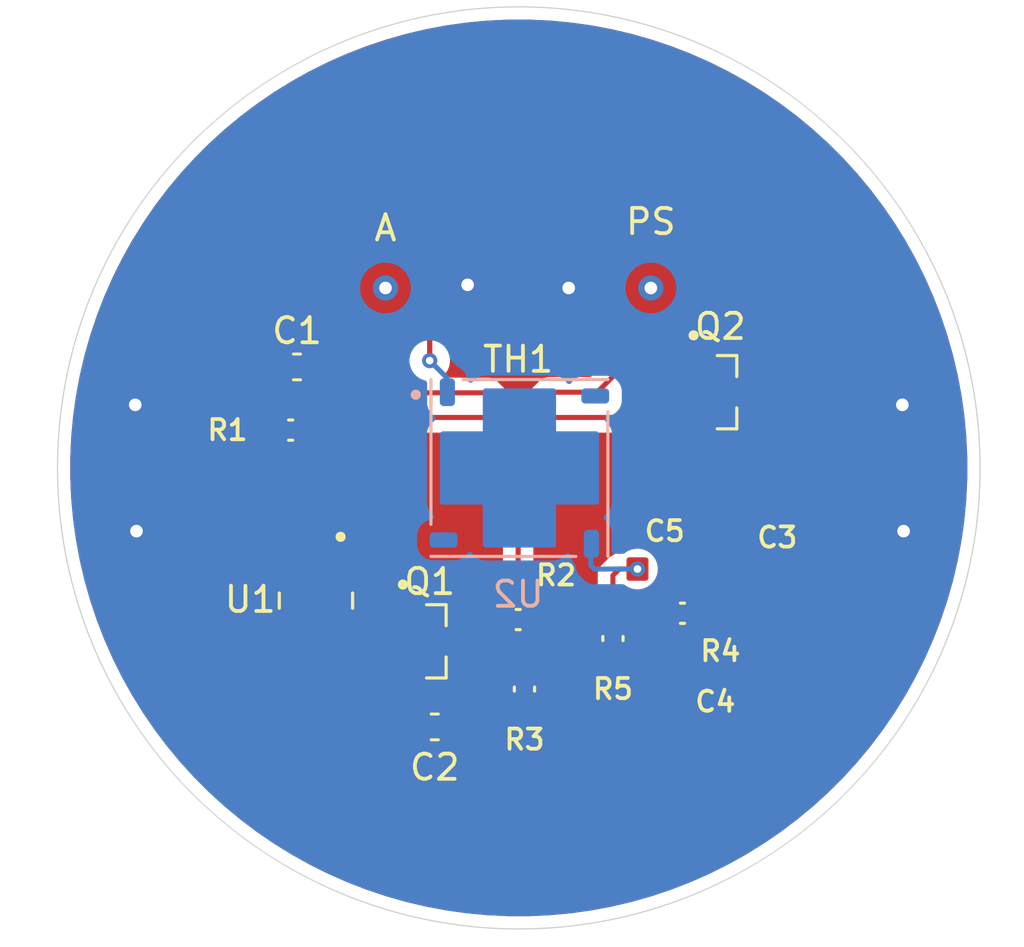
<source format=kicad_pcb>
(kicad_pcb (version 20241229) (generator "pcbnew") (generator_version "9.0")
  (title_block (title "SiPM Board") (date "2025-09-09") (rev "0.2.3") (company "Vadym Vikulin"))
  (layers (0 "F.Cu" signal) (2 "B.Cu" signal) (13 "F.Paste" user) (15 "B.Paste" user) (5 "F.SilkS" user "F.Silkscreen") (7 "B.SilkS" user "B.Silkscreen") (1 "F.Mask" user) (3 "B.Mask" user) (25 "Edge.Cuts" user))
  (net 0 "")
  (net 1 "GND1")
  (net 2 "ANODE_OUT")
  (net 3 "PS_IN")
  (net 4 "Net-(Q1-B)")
  (net 5 "Net-(Q2-E)")
  (net 6 "Net-(Q2-B)")
  (net 7 "Net-(C4-Pad2)")
  (net 8 "Net-(Q1-E)")
  (net 9 "Net-(Q1-C)")
  (net 13 "/+29.6V")
  (footprint "Capacitor_SMD:C_0603_1608Metric" (layer "F.Cu") (at 141.75 95.75)
    (property "Reference" "C1" (at 0 -1.43 0) (layer "F.SilkS"))
    (property "Value" "2.2u" (hide yes))
    (fp_line (start -0.14058 -0.51) (end 0.14058 -0.51) (stroke (width 0.12)) (layer "F.SilkS"))
    (fp_line (start -0.14058 0.51) (end 0.14058 0.51) (stroke (width 0.12)) (layer "F.SilkS"))
    (pad "1" smd roundrect (at -0.775 0) (size 0.9 0.95) (layers "F.Cu" "F.Mask" "F.Paste") (net 3 "PS_IN"))
    (pad "2" smd roundrect (at 0.775 0) (size 0.9 0.95) (layers "F.Cu" "F.Mask" "F.Paste") (net 1 "GND1"))
  )
  (footprint "ERJ3EKF49R9V:RES_ERJ3EKF49R9V" (layer "F.Cu") (at 157 105.5 180)
    (property "Reference" "R4" (at -1.5 -1.5 180) (layer "F.SilkS") (effects (font (size 0.8 0.8))))
    (property "Value" "49.9R" (hide yes))
    (fp_line (start -0.08 0.4) (end 0.08 0.4) (stroke (width 0.127)) (layer "F.SilkS"))
    (fp_line (start -0.08 -0.4) (end 0.08 -0.4) (stroke (width 0.127)) (layer "F.SilkS"))
    (pad "1" smd rect (at -0.725 0 180) (size 0.65 0.9) (layers "F.Cu" "F.Mask" "F.Paste") (net 5 "Net-(Q2-E)"))
    (pad "2" smd rect (at 0.725 0 180) (size 0.65 0.9) (layers "F.Cu" "F.Mask" "F.Paste") (net 7 "Net-(C4-Pad2)"))
  )
  (footprint "ERJ3EKF49R9V:RES_ERJ3EKF49R9V" (layer "F.Cu") (at 154.25 106.5 90)
    (property "Reference" "R5" (at -2 0 180) (layer "F.SilkS") (effects (font (size 0.8 0.8))))
    (property "Value" "49.9R" (hide yes))
    (fp_line (start -0.08 -0.4) (end 0.08 -0.4) (stroke (width 0.127)) (layer "F.SilkS"))
    (fp_line (start -0.08 0.4) (end 0.08 0.4) (stroke (width 0.127)) (layer "F.SilkS"))
    (pad "1" smd rect (at -0.725 0 90) (size 0.65 0.9) (layers "F.Cu" "F.Mask" "F.Paste") (net 7 "Net-(C4-Pad2)"))
    (pad "2" smd rect (at 0.725 0 90) (size 0.65 0.9) (layers "F.Cu" "F.Mask" "F.Paste") (net 13 "/+29.6V"))
  )
  (footprint "ERJ3EKF4992V:RES_ERJ3EKF4992V" (layer "F.Cu") (at 150.75 108.5 90)
    (property "Reference" "R3" (at -2 0 180) (layer "F.SilkS") (effects (font (size 0.8 0.8))))
    (property "Value" "49.9k" (hide yes))
    (fp_line (start -0.08 -0.4) (end 0.08 -0.4) (stroke (width 0.127)) (layer "F.SilkS"))
    (fp_line (start -0.08 0.4) (end 0.08 0.4) (stroke (width 0.127)) (layer "F.SilkS"))
    (pad "1" smd rect (at -0.725 0 90) (size 0.65 0.9) (layers "F.Cu" "F.Mask" "F.Paste") (net 1 "GND1"))
    (pad "2" smd rect (at 0.725 0 90) (size 0.65 0.9) (layers "F.Cu" "F.Mask" "F.Paste") (net 8 "Net-(Q1-E)"))
  )
  (footprint "ERJ3EKF4992V:RES_ERJ3EKF4992V" (layer "F.Cu") (at 150.5 105.75)
    (property "Reference" "R2" (at 1.5 -1.75 0) (layer "F.SilkS") (effects (font (size 0.8 0.8))))
    (property "Value" "49.9k" (hide yes))
    (fp_line (start -0.08 -0.4) (end 0.08 -0.4) (stroke (width 0.127)) (layer "F.SilkS"))
    (fp_line (start -0.08 0.4) (end 0.08 0.4) (stroke (width 0.127)) (layer "F.SilkS"))
    (pad "1" smd rect (at -0.725 0) (size 0.65 0.9) (layers "F.Cu" "F.Mask" "F.Paste") (net 9 "Net-(Q1-C)"))
    (pad "2" smd rect (at 0.725 0) (size 0.65 0.9) (layers "F.Cu" "F.Mask" "F.Paste") (net 6 "Net-(Q2-B)"))
  )
  (footprint "CL10B104KC8NNNC:CAPC1608X90N" (layer "F.Cu") (at 156 103.75 180)
    (property "Reference" "C5" (at -0.3 1.5 0) (layer "F.SilkS") (effects (font (size 0.8 0.8))))
    (property "Value" "100n" (hide yes))
    (pad "1" smd roundrect (at -0.78 0 180) (size 0.87 0.93) (layers "F.Cu" "F.Mask" "F.Paste") (roundrect_rratio 0.125) (net 1 "GND1"))
    (pad "2" smd roundrect (at 0.78 0 180) (size 0.87 0.93) (layers "F.Cu" "F.Mask" "F.Paste") (roundrect_rratio 0.125) (net 13 "/+29.6V"))
  )
  (footprint "MMBT5088LT1G:SOT95P237X111-3N" (layer "F.Cu") (at 147 106.6125)
    (property "Reference" "Q1" (at 0 -2.3625 0) (layer "F.SilkS"))
    (property "Value" "MMBT5088LT1G" (hide yes))
    (fp_line (start -0.125 -1.45) (end 0.65 -1.45) (stroke (width 0.127)) (layer "F.SilkS"))
    (fp_line (start 0.65 -1.45) (end 0.65 -0.62) (stroke (width 0.127)) (layer "F.SilkS"))
    (fp_line (start 0.65 1.45) (end -0.125 1.45) (stroke (width 0.127)) (layer "F.SilkS"))
    (fp_line (start 0.65 1.45) (end 0.65 0.62) (stroke (width 0.127)) (layer "F.SilkS"))
    (fp_circle (center -1.06 -2.25) (end -0.96 -2.25) (stroke (width 0.2)) (fill no) (layer "F.SilkS"))
    (pad "1" smd roundrect (at -1.06 -0.95) (size 1.23 0.6) (layers "F.Cu" "F.Mask" "F.Paste") (roundrect_rratio 0.125) (net 9 "Net-(Q1-C)"))
    (pad "2" smd roundrect (at -1.06 0.95) (size 1.23 0.6) (layers "F.Cu" "F.Mask" "F.Paste") (roundrect_rratio 0.125) (net 4 "Net-(Q1-B)"))
    (pad "3" smd roundrect (at 1.06 0) (size 1.23 0.6) (layers "F.Cu" "F.Mask" "F.Paste") (roundrect_rratio 0.125) (net 8 "Net-(Q1-E)"))
  )
  (footprint "Capacitor_SMD:C_0603_1608Metric" (layer "F.Cu") (at 147.2 110)
    (property "Reference" "C2" (at 0 1.6 0) (layer "F.SilkS"))
    (property "Value" "2.2u" (hide yes))
    (fp_line (start -0.14058 -0.51) (end 0.14058 -0.51) (stroke (width 0.12)) (layer "F.SilkS"))
    (fp_line (start -0.14058 0.51) (end 0.14058 0.51) (stroke (width 0.12)) (layer "F.SilkS"))
    (pad "1" smd roundrect (at -0.775 0) (size 0.9 0.95) (layers "F.Cu" "F.Mask" "F.Paste") (net 4 "Net-(Q1-B)"))
    (pad "2" smd roundrect (at 0.775 0) (size 0.9 0.95) (layers "F.Cu" "F.Mask" "F.Paste") (net 1 "GND1"))
  )
  (footprint "CL10B104KC8NNNC:CAPC1608X90N" (layer "F.Cu") (at 156.5 108 90)
    (property "Reference" "C4" (at -1 1.8 180) (layer "F.SilkS") (effects (font (size 0.8 0.8))))
    (property "Value" "100n" (hide yes))
    (pad "1" smd roundrect (at -0.78 0 90) (size 0.87 0.93) (layers "F.Cu" "F.Mask" "F.Paste") (roundrect_rratio 0.125) (net 1 "GND1"))
    (pad "2" smd roundrect (at 0.78 0 90) (size 0.87 0.93) (layers "F.Cu" "F.Mask" "F.Paste") (roundrect_rratio 0.125) (net 7 "Net-(C4-Pad2)"))
  )
  (footprint "CL10B104KC8NNNC:CAPC1608X90N" (layer "F.Cu") (at 160.75 104.75 -90)
    (property "Reference" "C3" (at -2.25 0 180) (layer "F.SilkS") (effects (font (size 0.8 0.8))))
    (property "Value" "100n" (hide yes))
    (pad "1" smd roundrect (at -0.78 0 270) (size 0.87 0.93) (layers "F.Cu" "F.Mask" "F.Paste") (roundrect_rratio 0.125) (net 1 "GND1"))
    (pad "2" smd roundrect (at 0.78 0 270) (size 0.87 0.93) (layers "F.Cu" "F.Mask" "F.Paste") (roundrect_rratio 0.125) (net 5 "Net-(Q2-E)"))
  )
  (footprint "MMBT5088LT1G:SOT95P237X111-3N" (layer "F.Cu") (at 158.5 96.75)
    (property "Reference" "Q2" (at 0 -2.6 0) (layer "F.SilkS"))
    (property "Value" "MMBT5088LT1G" (hide yes))
    (fp_line (start -0.125 -1.45) (end 0.65 -1.45) (stroke (width 0.127)) (layer "F.SilkS"))
    (fp_line (start 0.65 -1.45) (end 0.65 -0.62) (stroke (width 0.127)) (layer "F.SilkS"))
    (fp_line (start 0.65 1.45) (end -0.125 1.45) (stroke (width 0.127)) (layer "F.SilkS"))
    (fp_line (start 0.65 1.45) (end 0.65 0.62) (stroke (width 0.127)) (layer "F.SilkS"))
    (fp_circle (center -1.06 -2.25) (end -0.96 -2.25) (stroke (width 0.2)) (fill no) (layer "F.SilkS"))
    (pad "1" smd roundrect (at -1.06 -0.95) (size 1.23 0.6) (layers "F.Cu" "F.Mask" "F.Paste") (roundrect_rratio 0.125) (net 3 "PS_IN"))
    (pad "2" smd roundrect (at -1.06 0.95) (size 1.23 0.6) (layers "F.Cu" "F.Mask" "F.Paste") (roundrect_rratio 0.125) (net 6 "Net-(Q2-B)"))
    (pad "3" smd roundrect (at 1.06 0) (size 1.23 0.6) (layers "F.Cu" "F.Mask" "F.Paste") (roundrect_rratio 0.125) (net 5 "Net-(Q2-E)"))
  )
  (footprint "NTCS0603E3103FLT:NTCS0603E3103FLT" (layer "F.Cu") (at 150.5 99.75 90)
    (property "Reference" "TH1" (at 4.3 0 0) (layer "F.SilkS"))
    (property "Value" "Thermistor_PTC" (hide yes))
    (pad "1" smd rect (at -0.8 0 90) (size 0.8 1) (layers "F.Cu" "F.Mask" "F.Paste") (net 6 "Net-(Q2-B)"))
    (pad "2" smd rect (at 0.8 0 90) (size 0.8 1) (layers "F.Cu" "F.Mask" "F.Paste") (net 3 "PS_IN"))
    (zone (net 0) (net_name "") (layer "F.Cu") (connect_pads (clearance 0)) (min_thickness 0.254)
      (keepout (tracks not_allowed) (vias not_allowed) (pads allowed) (copperpour not_allowed) (footprints allowed))
      (fill (thermal_gap 0.508) (thermal_bridge_width 0.508))
      (polygon (pts (xy 150.0508 100.0992) (xy 150.0508 99.4008) (xy 150.9492 99.4008) (xy 150.9492 100.0992)))
    )
  )
  (footprint "TPS7B6950DBVR:SOT95P280X145-5N" (layer "F.Cu") (at 142.5 105 -90)
    (property "Reference" "U1" (at -0.045 2.6 180) (layer "F.SilkS"))
    (property "Value" "TPS7B6950DBVR" (hide yes))
    (fp_line (start -0.3 1.45) (end 0.3 1.45) (stroke (width 0.127)) (layer "F.SilkS"))
    (fp_line (start -0.3 -1.45) (end 0.3 -1.45) (stroke (width 0.127)) (layer "F.SilkS"))
    (fp_circle (center -2.525 -0.975) (end -2.425 -0.975) (stroke (width 0.2)) (fill no) (layer "F.SilkS"))
    (pad "1" smd roundrect (at -1.255 -0.95 270) (size 1.21 0.59) (layers "F.Cu" "F.Mask" "F.Paste") (roundrect_rratio 0.125) (net 3 "PS_IN"))
    (pad "2" smd roundrect (at -1.255 0 270) (size 1.21 0.59) (layers "F.Cu" "F.Mask" "F.Paste") (roundrect_rratio 0.125))
    (pad "3" smd roundrect (at -1.255 0.95 270) (size 1.21 0.59) (layers "F.Cu" "F.Mask" "F.Paste") (roundrect_rratio 0.125) (net 1 "GND1"))
    (pad "4" smd roundrect (at 1.255 0.95 270) (size 1.21 0.59) (layers "F.Cu" "F.Mask" "F.Paste") (roundrect_rratio 0.125) (net 1 "GND1"))
    (pad "5" smd roundrect (at 1.255 -0.95 270) (size 1.21 0.59) (layers "F.Cu" "F.Mask" "F.Paste") (roundrect_rratio 0.125) (net 4 "Net-(Q1-B)"))
  )
  (footprint "ERJ3EKF4992V:RES_ERJ3EKF4992V" (layer "F.Cu") (at 141.5 98.25)
    (property "Reference" "R1" (at -2.5 0 0) (layer "F.SilkS") (effects (font (size 0.8 0.8))))
    (property "Value" "49.9k" (hide yes))
    (fp_line (start -0.08 -0.4) (end 0.08 -0.4) (stroke (width 0.127)) (layer "F.SilkS"))
    (fp_line (start -0.08 0.4) (end 0.08 0.4) (stroke (width 0.127)) (layer "F.SilkS"))
    (pad "1" smd rect (at -0.725 0) (size 0.65 0.9) (layers "F.Cu" "F.Mask" "F.Paste") (net 3 "PS_IN"))
    (pad "2" smd rect (at 0.725 0) (size 0.65 0.9) (layers "F.Cu" "F.Mask" "F.Paste") (net 6 "Net-(Q2-B)"))
  )
  (footprint "MICROFC-60035-SMT-TR1:XDCR_MICROFC-60035-SMT-TR1" (layer "B.Cu") (at 150.55 99.75)
    (property "Reference" "U2" (at -0.05 5 180) (layer "B.SilkS") (effects (justify mirror)))
    (property "Value" "MICROFC-60035-SMT-TR1" (hide yes))
    (fp_line (start -3.5 2.23) (end -3.5 -3.5) (stroke (width 0.127)) (layer "B.SilkS"))
    (fp_line (start -3.5 3.5) (end 2.23 3.5) (stroke (width 0.127)) (layer "B.SilkS"))
    (fp_line (start -2.23 -3.5) (end 3.5 -3.5) (stroke (width 0.127)) (layer "B.SilkS"))
    (fp_line (start 3.5 3.5) (end 3.5 -2.23) (stroke (width 0.127)) (layer "B.SilkS"))
    (fp_circle (center -4.1 -2.9) (end -4 -2.9) (stroke (width 0.2)) (fill no) (layer "B.SilkS"))
    (pad "1" smd roundrect (at -2.85 -3) (size 0.6 1.1) (layers "B.Cu" "B.Mask" "B.Paste") (net 2 "ANODE_OUT"))
    (pad "2" smd roundrect (at 3 -2.85) (size 1.1 0.6) (layers "B.Cu" "B.Mask" "B.Paste"))
    (pad "3" smd roundrect (at 2.85 3) (size 0.6 1.1) (layers "B.Cu" "B.Mask" "B.Paste") (net 13 "/+29.6V"))
    (pad "4" smd roundrect (at -3 2.85) (size 1.1 0.6) (layers "B.Cu" "B.Mask" "B.Paste"))
    (pad "5" smd custom (at 0 0) (size 2.9 2.9) (layers "B.Cu") (options (clearance outline) (anchor rect)) (primitives (gr_poly (pts (xy -1.45 1.45) (xy -1.45 3.04) (xy -1.45 3.046) (xy -1.449 3.051) (xy -1.449 3.057) (xy -1.448 3.063) (xy -1.446 3.068) (xy -1.445 3.074) (xy -1.443 3.079) (xy -1.44 3.085) (xy -1.438 3.09) (xy -1.435 3.095) (xy -1.432 3.1) (xy -1.429 3.105) (xy -1.425 3.109) (xy -1.422 3.114) (xy -1.418 3.118) (xy -1.414 3.122) (xy -1.409 3.125) (xy -1.405 3.129) (xy -1.4 3.132) (xy -1.395 3.135) (xy -1.39 3.138) (xy -1.385 3.14) (xy -1.379 3.143) (xy -1.374 3.145) (xy -1.368 3.146) (xy -1.363 3.148) (xy -1.357 3.149) (xy -1.351 3.149) (xy -1.346 3.15) (xy -1.34 3.15) (xy -1.32 3.15) (xy 1.33 3.15) (xy 1.336 3.15) (xy 1.343 3.149) (xy 1.349 3.149) (xy 1.355 3.147) (xy 1.361 3.146) (xy 1.367 3.144) (xy 1.373 3.142) (xy 1.379 3.14) (xy 1.384 3.137) (xy 1.39 3.134) (xy 1.395 3.131) (xy 1.401 3.127) (xy 1.406 3.123) (xy 1.41 3.119) (xy 1.415 3.115) (xy 1.419 3.11) (xy 1.423 3.106) (xy 1.427 3.101) (xy 1.431 3.095) (xy 1.434 3.09) (xy 1.437 3.084) (xy 1.44 3.079) (xy 1.442 3.073) (xy 1.444 3.067) (xy 1.446 3.061) (xy 1.447 3.055) (xy 1.449 3.049) (xy 1.449 3.043) (xy 1.45 3.036) (xy 1.45 3.03) (xy 1.45 1.45) (xy 3.04 1.45) (xy 3.046 1.45) (xy 3.051 1.449) (xy 3.057 1.449) (xy 3.063 1.448) (xy 3.068 1.446) (xy 3.074 1.445) (xy 3.079 1.443) (xy 3.085 1.44) (xy 3.09 1.438) (xy 3.095 1.435) (xy 3.1 1.432) (xy 3.105 1.429) (xy 3.109 1.425) (xy 3.114 1.422) (xy 3.118 1.418) (xy 3.122 1.414) (xy 3.125 1.409) (xy 3.129 1.405) (xy 3.132 1.4) (xy 3.135 1.395) (xy 3.138 1.39) (xy 3.14 1.385) (xy 3.143 1.379) (xy 3.145 1.374) (xy 3.146 1.368) (xy 3.148 1.363) (xy 3.149 1.357) (xy 3.149 1.351) (xy 3.15 1.346) (xy 3.15 1.34) (xy 3.15 1.31) (xy 3.15 -1.3) (xy 3.15 -1.33) (xy 3.15 -1.336) (xy 3.149 -1.343) (xy 3.149 -1.349) (xy 3.147 -1.355) (xy 3.146 -1.361) (xy 3.144 -1.367) (xy 3.142 -1.373) (xy 3.14 -1.379) (xy 3.137 -1.384) (xy 3.134 -1.39) (xy 3.131 -1.395) (xy 3.127 -1.401) (xy 3.123 -1.406) (xy 3.119 -1.41) (xy 3.115 -1.415) (xy 3.11 -1.419) (xy 3.106 -1.423) (xy 3.101 -1.427) (xy 3.095 -1.431) (xy 3.09 -1.434) (xy 3.084 -1.437) (xy 3.079 -1.44) (xy 3.073 -1.442) (xy 3.067 -1.444) (xy 3.061 -1.446) (xy 3.055 -1.447) (xy 3.049 -1.449) (xy 3.043 -1.449) (xy 3.036 -1.45) (xy 3.03 -1.45) (xy 1.45 -1.45) (xy 1.45 -3.04) (xy 1.45 -3.046) (xy 1.449 -3.051) (xy 1.449 -3.057) (xy 1.448 -3.063) (xy 1.446 -3.068) (xy 1.445 -3.074) (xy 1.443 -3.079) (xy 1.44 -3.085) (xy 1.438 -3.09) (xy 1.435 -3.095) (xy 1.432 -3.1) (xy 1.429 -3.105) (xy 1.425 -3.109) (xy 1.422 -3.114) (xy 1.418 -3.118) (xy 1.414 -3.122) (xy 1.409 -3.125) (xy 1.405 -3.129) (xy 1.4 -3.132) (xy 1.395 -3.135) (xy 1.39 -3.138) (xy 1.385 -3.14) (xy 1.379 -3.143) (xy 1.374 -3.145) (xy 1.368 -3.146) (xy 1.363 -3.148) (xy 1.357 -3.149) (xy 1.351 -3.149) (xy 1.346 -3.15) (xy 1.34 -3.15) (xy 1.31 -3.15) (xy -1.32 -3.15) (xy -1.34 -3.15) (xy -1.346 -3.15) (xy -1.351 -3.149) (xy -1.357 -3.149) (xy -1.363 -3.148) (xy -1.368 -3.146) (xy -1.374 -3.145) (xy -1.379 -3.143) (xy -1.385 -3.14) (xy -1.39 -3.138) (xy -1.395 -3.135) (xy -1.4 -3.132) (xy -1.405 -3.129) (xy -1.409 -3.125) (xy -1.414 -3.122) (xy -1.418 -3.118) (xy -1.422 -3.114) (xy -1.425 -3.109) (xy -1.429 -3.105) (xy -1.432 -3.1) (xy -1.435 -3.095) (xy -1.438 -3.09) (xy -1.44 -3.085) (xy -1.443 -3.079) (xy -1.445 -3.074) (xy -1.446 -3.068) (xy -1.448 -3.063) (xy -1.449 -3.057) (xy -1.449 -3.051) (xy -1.45 -3.046) (xy -1.45 -3.04) (xy -1.45 -1.45) (xy -3.02 -1.45) (xy -3.027 -1.45) (xy -3.034 -1.449) (xy -3.04 -1.448) (xy -3.047 -1.447) (xy -3.054 -1.446) (xy -3.06 -1.444) (xy -3.067 -1.441) (xy -3.073 -1.439) (xy -3.079 -1.436) (xy -3.085 -1.433) (xy -3.091 -1.429) (xy -3.096 -1.425) (xy -3.102 -1.421) (xy -3.107 -1.417) (xy -3.112 -1.412) (xy -3.117 -1.407) (xy -3.121 -1.402) (xy -3.125 -1.396) (xy -3.129 -1.391) (xy -3.133 -1.385) (xy -3.136 -1.379) (xy -3.139 -1.373) (xy -3.141 -1.367) (xy -3.144 -1.36) (xy -3.146 -1.354) (xy -3.147 -1.347) (xy -3.148 -1.34) (xy -3.149 -1.334) (xy -3.15 -1.327) (xy -3.15 -1.32) (xy -3.15 1.32) (xy -3.15 1.34) (xy -3.15 1.346) (xy -3.149 1.351) (xy -3.149 1.357) (xy -3.148 1.363) (xy -3.146 1.368) (xy -3.145 1.374) (xy -3.143 1.379) (xy -3.14 1.385) (xy -3.138 1.39) (xy -3.135 1.395) (xy -3.132 1.4) (xy -3.129 1.405) (xy -3.125 1.409) (xy -3.122 1.414) (xy -3.118 1.418) (xy -3.114 1.422) (xy -3.109 1.425) (xy -3.105 1.429) (xy -3.1 1.432) (xy -3.095 1.435) (xy -3.09 1.438) (xy -3.085 1.44) (xy -3.079 1.443) (xy -3.074 1.445) (xy -3.068 1.446) (xy -3.063 1.448) (xy -3.057 1.449) (xy -3.051 1.449) (xy -3.046 1.45) (xy -3.04 1.45) (xy -1.45 1.45)) (width 0.0001) (fill yes))))
  )
  (gr_rect (start 147.25 91.5) (end 149.75 93.75) (stroke (width 0.2)) (fill yes) (layer "F.Cu") (net 1))
  (gr_rect (start 151.25 91.5) (end 153.75 93.75) (stroke (width 0.2)) (fill yes) (layer "F.Cu") (net 1))
  (gr_rect (start 144 91.5) (end 146.5 93.75) (stroke (width 0.2)) (fill yes) (layer "F.Cu") (net 2))
  (gr_rect (start 154.5 91.5) (end 157 93.75) (stroke (width 0.2)) (fill yes) (layer "F.Cu") (net 3))
  (gr_circle (center 150.525 99.74687) (end 168.775 99.74687) (stroke (width 0.05)) (fill no) (layer "Edge.Cuts"))
  (gr_text "БДГ4-01-Б" (at 143.25 87.5 0) (layer "F.Cu" knockout) (effects (font (size 1.5 1.5) (thickness 0.3) (bold yes)) (justify left bottom)))
  (gr_text "A" (at 145.25 90.25 0) (layer "F.SilkS") (effects (font (size 1 1))))
  (gr_text "PS" (at 155.75 90 0) (layer "F.SilkS") (effects (font (size 1 1))))
  (via (at 152.5 92.625) (size 1) (drill 0.5) (layers "F.Cu" "B.Cu") (net 1))
  (via (at 135.4 102.25) (size 1) (drill 0.5) (layers "F.Cu" "B.Cu") (net 1))
  (via (at 148.5 92.5) (size 1) (drill 0.5) (layers "F.Cu" "B.Cu") (net 1))
  (via (at 135.35 97.25) (size 1) (drill 0.5) (layers "F.Cu" "B.Cu") (net 1))
  (via (at 165.75 102.25) (size 1) (drill 0.5) (layers "F.Cu" "B.Cu") (net 1))
  (via (at 165.7 97.25) (size 1) (drill 0.5) (layers "F.Cu" "B.Cu") (net 1))
  (segment (start 147 94.525) (end 147 95.5) (width 0.2) (layer "F.Cu") (net 2))
  (segment (start 145.375 92.625) (end 145.25 92.625) (width 0.2) (layer "F.Cu") (net 2))
  (segment (start 147 95.5) (end 147 94.25) (width 0.2) (layer "F.Cu") (net 2))
  (segment (start 147 94.25) (end 145.375 92.625) (width 0.2) (layer "F.Cu") (net 2))
  (via (at 147 95.5) (size 0.6) (drill 0.3) (layers "F.Cu" "B.Cu") (net 2))
  (via (at 145.25 92.625) (size 1) (drill 0.5) (layers "F.Cu" "B.Cu") (net 2))
  (segment (start 147.675 96.175) (end 147.675 96.725) (width 0.2) (layer "B.Cu") (net 2))
  (segment (start 147 95.5) (end 147.675 96.175) (width 0.2) (layer "B.Cu") (net 2))
  (segment (start 153.6025 96.775) (end 154.525 95.8525) (width 0.2) (layer "F.Cu") (net 3))
  (segment (start 155.75 95.8) (end 155.75 92.625) (width 0.2) (layer "F.Cu") (net 3))
  (segment (start 143.45 103.745) (end 143.45 101.45) (width 0.2) (layer "F.Cu") (net 3))
  (segment (start 155.75 93.3) (end 155.775 93.275) (width 0.2) (layer "F.Cu") (net 3))
  (segment (start 151.75 96.75) (end 153.5775 96.75) (width 0.2) (layer "F.Cu") (net 3))
  (segment (start 154.5775 95.8) (end 155.75 95.8) (width 0.2) (layer "F.Cu") (net 3))
  (segment (start 140.85 98.85) (end 140.85 95.75) (width 0.2) (layer "F.Cu") (net 3))
  (segment (start 154.525 95.8525) (end 154.5775 95.8) (width 0.2) (layer "F.Cu") (net 3))
  (segment (start 155.75 95.8) (end 157.44 95.8) (width 0.2) (layer "F.Cu") (net 3))
  (segment (start 149.275 96.775) (end 150.5 98) (width 0.2) (layer "F.Cu") (net 3))
  (segment (start 153.5775 96.75) (end 153.6025 96.775) (width 0.2) (layer "F.Cu") (net 3))
  (segment (start 150.5 98) (end 151.75 96.75) (width 0.2) (layer "F.Cu") (net 3))
  (segment (start 140.85 96.775) (end 149.275 96.775) (width 0.2) (layer "F.Cu") (net 3))
  (segment (start 150.5 98) (end 150.5 99.025) (width 0.2) (layer "F.Cu") (net 3))
  (segment (start 143.45 101.45) (end 140.85 98.85) (width 0.2) (layer "F.Cu") (net 3))
  (segment (start 154.525 93.275) (end 154.5 93.25) (width 0.2) (layer "F.Cu") (net 3))
  (via (at 155.75 92.625) (size 1) (drill 0.5) (layers "F.Cu" "B.Cu") (net 3))
  (segment (start 146.35 107.9725) (end 146.0775 107.7) (width 0.2) (layer "F.Cu") (net 4))
  (segment (start 144.7575 107.5625) (end 143.45 106.255) (width 0.2) (layer "F.Cu") (net 4))
  (segment (start 145.94 107.5625) (end 144.7575 107.5625) (width 0.2) (layer "F.Cu") (net 4))
  (segment (start 146.35 110) (end 146.35 107.9725) (width 0.2) (layer "F.Cu") (net 4))
  (segment (start 159.5 105.5) (end 159.5 96.81) (width 0.2) (layer "F.Cu") (net 5))
  (segment (start 159.5 96.81) (end 159.56 96.75) (width 0.2) (layer "F.Cu") (net 5))
  (segment (start 160.72 105.5) (end 160.75 105.53) (width 0.2) (layer "F.Cu") (net 5))
  (segment (start 157.725 105.5) (end 159.5 105.5) (width 0.2) (layer "F.Cu") (net 5))
  (segment (start 159.5 105.5) (end 160.72 105.5) (width 0.2) (layer "F.Cu") (net 5))
  (segment (start 142.475 97.75) (end 149.25 97.75) (width 0.2) (layer "F.Cu") (net 6))
  (segment (start 151.225 104.975) (end 151.225 105.75) (width 0.2) (layer "F.Cu") (net 6))
  (segment (start 149.25 97.75) (end 149.5 98) (width 0.2) (layer "F.Cu") (net 6))
  (segment (start 150.5 104.25) (end 151.225 104.975) (width 0.2) (layer "F.Cu") (net 6))
  (segment (start 142.225 98) (end 142.475 97.75) (width 0.2) (layer "F.Cu") (net 6))
  (segment (start 151.5 100) (end 151.025 100.475) (width 0.2) (layer "F.Cu") (net 6))
  (segment (start 157.44 97.7) (end 157.39 97.75) (width 0.2) (layer "F.Cu") (net 6))
  (segment (start 151.5 98) (end 151.5 100) (width 0.2) (layer "F.Cu") (net 6))
  (segment (start 149.5 98) (end 149.5 100) (width 0.2) (layer "F.Cu") (net 6))
  (segment (start 151.025 100.475) (end 150.5 100.475) (width 0.2) (layer "F.Cu") (net 6))
  (segment (start 157.39 97.75) (end 151.75 97.75) (width 0.2) (layer "F.Cu") (net 6))
  (segment (start 151.75 97.75) (end 151.5 98) (width 0.2) (layer "F.Cu") (net 6))
  (segment (start 150.5 100.475) (end 150.5 104.25) (width 0.2) (layer "F.Cu") (net 6))
  (segment (start 149.975 100.475) (end 150.5 100.475) (width 0.2) (layer "F.Cu") (net 6))
  (segment (start 149.5 100) (end 149.975 100.475) (width 0.2) (layer "F.Cu") (net 6))
  (segment (start 150.475 100.5) (end 150.5 100.475) (width 0.2) (layer "F.Cu") (net 6))
  (segment (start 154.25 107.225) (end 156.495 107.225) (width 0.2) (layer "F.Cu") (net 7))
  (segment (start 156.275 106.995) (end 156.5 107.22) (width 0.2) (layer "F.Cu") (net 7))
  (segment (start 156.275 105.5) (end 156.275 106.995) (width 0.2) (layer "F.Cu") (net 7))
  (segment (start 156.495 107.225) (end 156.5 107.22) (width 0.2) (layer "F.Cu") (net 7))
  (segment (start 149.085 107.775) (end 148.06 106.75) (width 0.2) (layer "F.Cu") (net 8))
  (segment (start 150.75 107.775) (end 149.085 107.775) (width 0.2) (layer "F.Cu") (net 8))
  (segment (start 145.94 105.6625) (end 149.6875 105.6625) (width 0.2) (layer "F.Cu") (net 9))
  (segment (start 149.6875 105.6625) (end 149.775 105.75) (width 0.2) (layer "F.Cu") (net 9))
  (segment (start 154.25 104) (end 154.25 105.775) (width 0.2) (layer "F.Cu") (net 13))
  (segment (start 155.22 103.75) (end 154.5 103.75) (width 0.2) (layer "F.Cu") (net 13))
  (segment (start 154.5 103.75) (end 154.25 104) (width 0.2) (layer "F.Cu") (net 13))
  (via (at 155.22 103.75) (size 0.6) (drill 0.3) (layers "F.Cu" "B.Cu") (net 13))
  (segment (start 153.375 103.6) (end 153.375 102.725) (width 0.2) (layer "B.Cu") (net 13))
  (segment (start 155.22 103.75) (end 153.525 103.75) (width 0.2) (layer "B.Cu") (net 13))
  (segment (start 153.525 103.75) (end 153.375 103.6) (width 0.2) (layer "B.Cu") (net 13))
  (zone (net 1) (net_name "GND1") (layer "F.Cu") (connect_pads yes (clearance 0.5)) (min_thickness 0.25) (fill yes (thermal_gap 0.5) (thermal_bridge_width 0.5))
    (polygon (pts (xy 130 81.225) (xy 170.5 81.225) (xy 170.5 118.725) (xy 130 118.725)))
  )
  (zone (net 1) (net_name "GND1") (layer "B.Cu") (connect_pads yes (clearance 0.5)) (min_thickness 0.25) (fill yes (thermal_gap 0.5) (thermal_bridge_width 0.5))
    (polygon (pts (xy 130.025 81.225) (xy 170.525 81.225) (xy 170.525 118.725) (xy 130.025 118.725)))
  )
)
</source>
